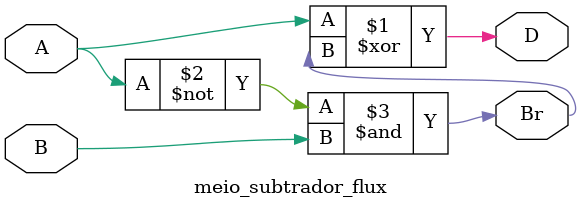
<source format=v>
module meio_subtrador_flux(
input A,
input B,
output D,
output Br);

assign D = A ^ Br;

assign Br = ~A & B;

endmodule
</source>
